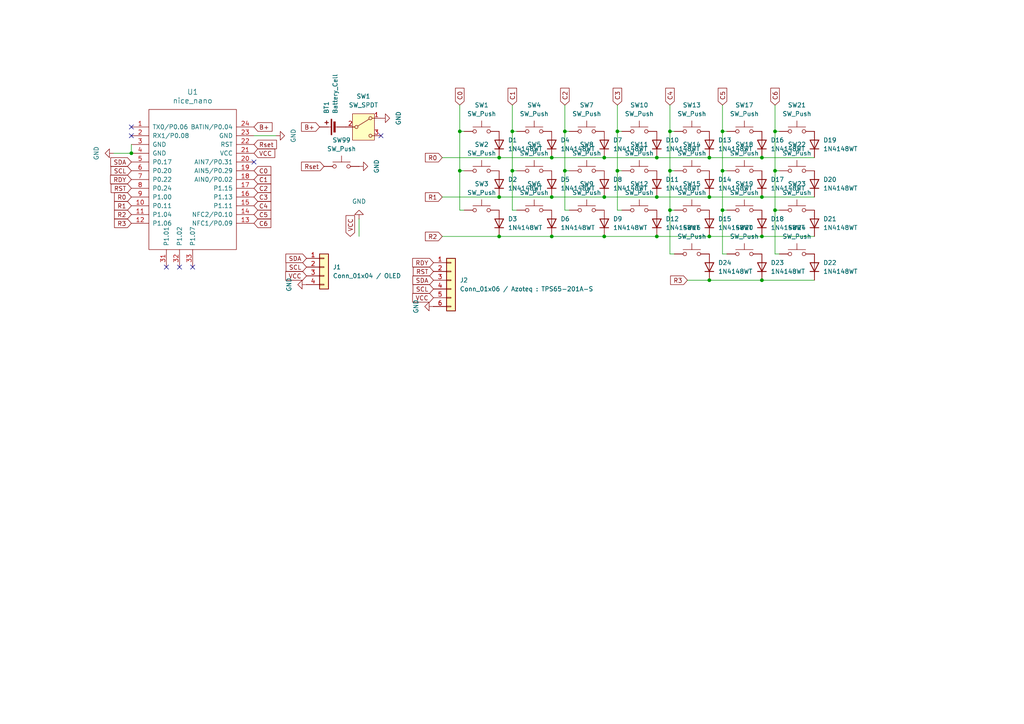
<source format=kicad_sch>
(kicad_sch (version 20250114) (generator "eeschema") (generator_version "9.0")
  (paper "A4")
  (lib_symbols
    (symbol "Connector_Generic:Conn_01x04" (pin_names (offset 1.016) (hide yes))
      (property "Reference" "J" (at 0 5.08 0))
      (property "Value" "Conn_01x04" (at 0 -7.62 0))
      (symbol "Conn_01x04_1_1"
        (rectangle (start -1.27 3.81) (end 1.27 -6.35) (stroke (width 0.254)) (fill (type background)))
        (rectangle (start -1.27 2.667) (end 0 2.413) (stroke (width 0.1524)))
        (rectangle (start -1.27 0.127) (end 0 -0.127) (stroke (width 0.1524)))
        (rectangle (start -1.27 -2.413) (end 0 -2.667) (stroke (width 0.1524)))
        (rectangle (start -1.27 -4.953) (end 0 -5.207) (stroke (width 0.1524)))
        (pin passive line (at -5.08 2.54 0) (length 3.81) (name "Pin_1") (number "1"))
        (pin passive line (at -5.08 0 0) (length 3.81) (name "Pin_2") (number "2"))
        (pin passive line (at -5.08 -2.54 0) (length 3.81) (name "Pin_3") (number "3"))
        (pin passive line (at -5.08 -5.08 0) (length 3.81) (name "Pin_4") (number "4"))
      )
    )
    (symbol "Connector_Generic:Conn_01x06" (pin_names (offset 1.016) (hide yes))
      (property "Reference" "J" (at 0 7.62 0))
      (property "Value" "Conn_01x06" (at 0 -10.16 0))
      (symbol "Conn_01x06_1_1"
        (rectangle (start -1.27 6.35) (end 1.27 -8.89) (stroke (width 0.254)) (fill (type background)))
        (rectangle (start -1.27 5.207) (end 0 4.953) (stroke (width 0.1524)))
        (rectangle (start -1.27 2.667) (end 0 2.413) (stroke (width 0.1524)))
        (rectangle (start -1.27 0.127) (end 0 -0.127) (stroke (width 0.1524)))
        (rectangle (start -1.27 -2.413) (end 0 -2.667) (stroke (width 0.1524)))
        (rectangle (start -1.27 -4.953) (end 0 -5.207) (stroke (width 0.1524)))
        (rectangle (start -1.27 -7.493) (end 0 -7.747) (stroke (width 0.1524)))
        (pin passive line (at -5.08 5.08 0) (length 3.81) (name "Pin_1") (number "1"))
        (pin passive line (at -5.08 2.54 0) (length 3.81) (name "Pin_2") (number "2"))
        (pin passive line (at -5.08 0 0) (length 3.81) (name "Pin_3") (number "3"))
        (pin passive line (at -5.08 -2.54 0) (length 3.81) (name "Pin_4") (number "4"))
        (pin passive line (at -5.08 -5.08 0) (length 3.81) (name "Pin_5") (number "5"))
        (pin passive line (at -5.08 -7.62 0) (length 3.81) (name "Pin_6") (number "6"))
      )
    )
    (symbol "Device:Battery_Cell" (pin_numbers (hide yes)) (pin_names (offset 0) (hide yes))
      (property "Reference" "BT" (at 2.54 2.54 0))
      (property "Value" "Battery_Cell" (at 2.54 0 0))
      (symbol "Battery_Cell_0_1"
        (rectangle (start -2.286 1.778) (end 2.286 1.524) (fill (type outline)))
        (rectangle (start -1.524 1.016) (end 1.524 0.508) (fill (type outline)))
        (polyline (pts (xy 0 1.778) (xy 0 2.54)))
        (polyline (pts (xy 0 0.762) (xy 0 0)))
        (polyline (pts (xy 0.762 3.048) (xy 1.778 3.048)) (stroke (width 0.254)))
        (polyline (pts (xy 1.27 3.556) (xy 1.27 2.54)) (stroke (width 0.254)))
      )
      (symbol "Battery_Cell_1_1"
        (pin passive line (at 0 5.08 270) (length 2.54) (name "+") (number "1"))
        (pin passive line (at 0 -2.54 90) (length 2.54) (name "-") (number "2"))
      )
    )
    (symbol "Diode:1N4148WT" (pin_numbers (hide yes)) (pin_names (hide yes))
      (property "Reference" "D" (at 0 2.54 0))
      (property "Value" "1N4148WT" (at 0 -2.54 0))
      (symbol "1N4148WT_0_1"
        (polyline (pts (xy -1.27 1.27) (xy -1.27 -1.27)) (stroke (width 0.254)))
        (polyline (pts (xy 1.27 1.27) (xy 1.27 -1.27) (xy -1.27 0) (xy 1.27 1.27)) (stroke (width 0.254)))
        (polyline (pts (xy 1.27 0) (xy -1.27 0)))
      )
      (symbol "1N4148WT_1_1"
        (pin passive line (at -3.81 0 0) (length 2.54) (name "K") (number "1"))
        (pin passive line (at 3.81 0 180) (length 2.54) (name "A") (number "2"))
      )
    )
    (symbol "Switch:SW_Push" (pin_numbers (hide yes)) (pin_names (offset 1.016) (hide yes))
      (property "Reference" "SW" (at 1.27 2.54 0))
      (property "Value" "SW_Push" (at 0 -1.524 0))
      (symbol "SW_Push_0_1"
        (circle (center -2.032 0) (radius 0.508))
        (polyline (pts (xy 0 1.27) (xy 0 3.048)))
        (circle (center 2.032 0) (radius 0.508))
        (polyline (pts (xy 2.54 1.27) (xy -2.54 1.27)))
        (pin passive line (at -5.08 0 0) (length 2.54) (name "1") (number "1"))
        (pin passive line (at 5.08 0 180) (length 2.54) (name "2") (number "2"))
      )
    )
    (symbol "Switch:SW_SPDT" (pin_names (offset 0) (hide yes))
      (property "Reference" "SW" (at 0 5.08 0))
      (property "Value" "SW_SPDT" (at 0 -5.08 0))
      (symbol "SW_SPDT_0_1"
        (circle (center -2.032 0) (radius 0.4572))
        (polyline (pts (xy -1.651 0.254) (xy 1.651 2.286)))
        (circle (center 2.032 2.54) (radius 0.4572))
        (circle (center 2.032 -2.54) (radius 0.4572))
      )
      (symbol "SW_SPDT_1_1"
        (rectangle (start -3.175 3.81) (end 3.175 -3.81) (fill (type background)))
        (pin passive line (at -5.08 0 0) (length 2.54) (name "B") (number "2"))
        (pin passive line (at 5.08 2.54 180) (length 2.54) (name "A") (number "1"))
        (pin passive line (at 5.08 -2.54 180) (length 2.54) (name "C") (number "3"))
      )
    )
    (symbol "power:GND" (power) (pin_numbers (hide yes)) (pin_names (offset 0) (hide yes))
      (property "Value" "GND" (at 0 -3.81 0))
      (symbol "GND_0_1"
        (polyline (pts (xy 0 0) (xy 0 -1.27) (xy 1.27 -1.27) (xy 0 -2.54) (xy -1.27 -1.27) (xy 0 -1.27)))
      )
      (symbol "GND_1_1"
        (pin power_in line (at 0 0 270) (length 0) (name "~") (number "1"))
      )
    )
    (symbol "vireon_lib:nice_nano" (pin_names (offset 1.016))
      (property "Reference" "U" (at 0 0 0))
      (property "Value" "nice_nano" (at 0 2.54 0))
      (symbol "nice_nano_0_1"
        (rectangle (start -12.7 -21.59) (end 12.7 19.05))
      )
      (symbol "nice_nano_1_1"
        (pin input line (at -17.78 13.97 0) (length 5.08) (name "TX0/P0.06") (number "1"))
        (pin input line (at -17.78 11.43 0) (length 5.08) (name "RX1/P0.08") (number "2"))
        (pin input line (at -17.78 8.89 0) (length 5.08) (name "GND") (number "3"))
        (pin input line (at -17.78 6.35 0) (length 5.08) (name "GND") (number "4"))
        (pin input line (at -17.78 3.81 0) (length 5.08) (name "P0.17") (number "5"))
        (pin input line (at -17.78 1.27 0) (length 5.08) (name "P0.20") (number "6"))
        (pin input line (at -17.78 -1.27 0) (length 5.08) (name "P0.22") (number "7"))
        (pin input line (at -17.78 -3.81 0) (length 5.08) (name "P0.24") (number "8"))
        (pin input line (at -17.78 -6.35 0) (length 5.08) (name "P1.00") (number "9"))
        (pin input line (at -17.78 -8.89 0) (length 5.08) (name "P0.11") (number "10"))
        (pin input line (at -17.78 -11.43 0) (length 5.08) (name "P1.04") (number "11"))
        (pin input line (at -17.78 -13.97 0) (length 5.08) (name "P1.06") (number "12"))
        (pin input line (at -7.62 -26.67 90) (length 5.08) (name "P1.01") (number "31"))
        (pin input line (at -3.81 -26.67 90) (length 5.08) (name "P1.02") (number "32"))
        (pin input line (at 0 -26.67 90) (length 5.08) (name "P1.07") (number "33"))
        (pin input line (at 17.78 13.97 180) (length 5.08) (name "BATIN/P0.04") (number "24"))
        (pin input line (at 17.78 11.43 180) (length 5.08) (name "GND") (number "23"))
        (pin input line (at 17.78 8.89 180) (length 5.08) (name "RST") (number "22"))
        (pin input line (at 17.78 6.35 180) (length 5.08) (name "VCC") (number "21"))
        (pin input line (at 17.78 3.81 180) (length 5.08) (name "AIN7/P0.31") (number "20"))
        (pin input line (at 17.78 1.27 180) (length 5.08) (name "AIN5/P0.29") (number "19"))
        (pin input line (at 17.78 -1.27 180) (length 5.08) (name "AIN0/P0.02") (number "18"))
        (pin input line (at 17.78 -3.81 180) (length 5.08) (name "P1.15") (number "17"))
        (pin input line (at 17.78 -6.35 180) (length 5.08) (name "P1.13") (number "16"))
        (pin input line (at 17.78 -8.89 180) (length 5.08) (name "P1.11") (number "15"))
        (pin input line (at 17.78 -11.43 180) (length 5.08) (name "NFC2/P0.10") (number "14"))
        (pin input line (at 17.78 -13.97 180) (length 5.08) (name "NFC1/P0.09") (number "13"))
      )
    )
  )
  (junction (at 160.02 45.72))
  (junction (at 224.79 38.1))
  (junction (at 144.78 45.72))
  (junction (at 209.55 38.1))
  (junction (at 209.55 60.96))
  (junction (at 224.79 49.53))
  (junction (at 144.78 68.58))
  (junction (at 133.35 49.53))
  (junction (at 205.74 45.72))
  (junction (at 224.79 60.96))
  (junction (at 220.98 68.58))
  (junction (at 160.02 68.58))
  (junction (at 209.55 49.53))
  (junction (at 220.98 45.72))
  (junction (at 194.31 49.53))
  (junction (at 205.74 68.58))
  (junction (at 220.98 57.15))
  (junction (at 163.83 38.1))
  (junction (at 148.59 49.53))
  (junction (at 175.26 68.58))
  (junction (at 160.02 57.15))
  (junction (at 175.26 57.15))
  (junction (at 190.5 45.72))
  (junction (at 179.07 49.53))
  (junction (at 190.5 57.15))
  (junction (at 205.74 57.15))
  (junction (at 148.59 38.1))
  (junction (at 194.31 38.1))
  (junction (at 220.98 81.28))
  (junction (at 163.83 49.53))
  (junction (at 144.78 57.15))
  (junction (at 133.35 38.1))
  (junction (at 38.1 44.45))
  (junction (at 190.5 68.58))
  (junction (at 194.31 60.96))
  (junction (at 205.74 81.28))
  (junction (at 179.07 38.1))
  (junction (at 175.26 45.72))
  (no_connect (at 110.49 39.37))
  (no_connect (at 55.88 77.47))
  (no_connect (at 38.1 36.83))
  (no_connect (at 52.07 77.47))
  (no_connect (at 48.26 77.47))
  (no_connect (at 73.66 46.99))
  (no_connect (at 38.1 39.37))
  (wire (pts (xy 209.55 73.66) (xy 210.82 73.66)))
  (wire (pts (xy 128.27 45.72) (xy 144.78 45.72)))
  (wire (pts (xy 190.5 45.72) (xy 205.74 45.72)))
  (wire (pts (xy 38.1 41.91) (xy 38.1 44.45)))
  (wire (pts (xy 220.98 45.72) (xy 236.22 45.72)))
  (wire (pts (xy 133.35 60.96) (xy 134.62 60.96)))
  (wire (pts (xy 194.31 60.96) (xy 195.58 60.96)))
  (wire (pts (xy 133.35 30.48) (xy 133.35 38.1)))
  (wire (pts (xy 163.83 60.96) (xy 165.1 60.96)))
  (wire (pts (xy 179.07 38.1) (xy 179.07 49.53)))
  (wire (pts (xy 224.79 60.96) (xy 226.06 60.96)))
  (wire (pts (xy 148.59 38.1) (xy 149.86 38.1)))
  (wire (pts (xy 190.5 68.58) (xy 205.74 68.58)))
  (wire (pts (xy 144.78 57.15) (xy 160.02 57.15)))
  (wire (pts (xy 163.83 38.1) (xy 165.1 38.1)))
  (wire (pts (xy 148.59 49.53) (xy 148.59 60.96)))
  (wire (pts (xy 220.98 81.28) (xy 236.22 81.28)))
  (wire (pts (xy 160.02 45.72) (xy 175.26 45.72)))
  (wire (pts (xy 133.35 49.53) (xy 134.62 49.53)))
  (wire (pts (xy 220.98 57.15) (xy 236.22 57.15)))
  (wire (pts (xy 175.26 68.58) (xy 190.5 68.58)))
  (wire (pts (xy 194.31 49.53) (xy 195.58 49.53)))
  (wire (pts (xy 190.5 57.15) (xy 205.74 57.15)))
  (wire (pts (xy 179.07 49.53) (xy 179.07 60.96)))
  (wire (pts (xy 199.39 81.28) (xy 205.74 81.28)))
  (wire (pts (xy 133.35 38.1) (xy 133.35 49.53)))
  (wire (pts (xy 224.79 60.96) (xy 224.79 73.66)))
  (wire (pts (xy 209.55 38.1) (xy 209.55 49.53)))
  (wire (pts (xy 209.55 38.1) (xy 210.82 38.1)))
  (wire (pts (xy 144.78 45.72) (xy 160.02 45.72)))
  (wire (pts (xy 194.31 30.48) (xy 194.31 38.1)))
  (wire (pts (xy 224.79 38.1) (xy 226.06 38.1)))
  (wire (pts (xy 179.07 30.48) (xy 179.07 38.1)))
  (wire (pts (xy 194.31 38.1) (xy 194.31 49.53)))
  (wire (pts (xy 209.55 30.48) (xy 209.55 38.1)))
  (wire (pts (xy 148.59 49.53) (xy 149.86 49.53)))
  (wire (pts (xy 224.79 38.1) (xy 224.79 49.53)))
  (wire (pts (xy 128.27 57.15) (xy 144.78 57.15)))
  (wire (pts (xy 224.79 49.53) (xy 224.79 60.96)))
  (wire (pts (xy 148.59 30.48) (xy 148.59 38.1)))
  (wire (pts (xy 194.31 73.66) (xy 195.58 73.66)))
  (wire (pts (xy 160.02 57.15) (xy 175.26 57.15)))
  (wire (pts (xy 133.35 38.1) (xy 134.62 38.1)))
  (wire (pts (xy 148.59 60.96) (xy 149.86 60.96)))
  (wire (pts (xy 209.55 60.96) (xy 210.82 60.96)))
  (wire (pts (xy 163.83 49.53) (xy 163.83 60.96)))
  (wire (pts (xy 194.31 38.1) (xy 195.58 38.1)))
  (wire (pts (xy 104.14 63.5) (xy 104.14 68.58)))
  (wire (pts (xy 160.02 68.58) (xy 175.26 68.58)))
  (wire (pts (xy 128.27 68.58) (xy 144.78 68.58)))
  (wire (pts (xy 224.79 30.48) (xy 224.79 38.1)))
  (wire (pts (xy 175.26 57.15) (xy 190.5 57.15)))
  (wire (pts (xy 194.31 49.53) (xy 194.31 60.96)))
  (wire (pts (xy 179.07 49.53) (xy 180.34 49.53)))
  (wire (pts (xy 205.74 81.28) (xy 220.98 81.28)))
  (wire (pts (xy 163.83 49.53) (xy 165.1 49.53)))
  (wire (pts (xy 144.78 68.58) (xy 160.02 68.58)))
  (wire (pts (xy 194.31 60.96) (xy 194.31 73.66)))
  (wire (pts (xy 205.74 57.15) (xy 220.98 57.15)))
  (wire (pts (xy 220.98 68.58) (xy 236.22 68.58)))
  (wire (pts (xy 73.66 39.37) (xy 80.01 39.37)))
  (wire (pts (xy 224.79 73.66) (xy 226.06 73.66)))
  (wire (pts (xy 209.55 49.53) (xy 210.82 49.53)))
  (wire (pts (xy 163.83 30.48) (xy 163.83 38.1)))
  (wire (pts (xy 148.59 38.1) (xy 148.59 49.53)))
  (wire (pts (xy 179.07 38.1) (xy 180.34 38.1)))
  (wire (pts (xy 209.55 49.53) (xy 209.55 60.96)))
  (wire (pts (xy 205.74 45.72) (xy 220.98 45.72)))
  (wire (pts (xy 175.26 45.72) (xy 190.5 45.72)))
  (wire (pts (xy 163.83 38.1) (xy 163.83 49.53)))
  (wire (pts (xy 179.07 60.96) (xy 180.34 60.96)))
  (wire (pts (xy 205.74 68.58) (xy 220.98 68.58)))
  (wire (pts (xy 209.55 60.96) (xy 209.55 73.66)))
  (wire (pts (xy 133.35 49.53) (xy 133.35 60.96)))
  (wire (pts (xy 224.79 49.53) (xy 226.06 49.53)))
  (wire (pts (xy 33.02 44.45) (xy 38.1 44.45)))
  (global_label "C1" (shape input) (at 73.66 52.07 0) (property "Intersheetrefs" "${INTERSHEET_REFS}" (effects (hide yes))))
  (global_label "R3" (shape input) (at 38.1 64.77 180) (property "Intersheetrefs" "${INTERSHEET_REFS}" (effects (hide yes))))
  (global_label "B+" (shape input) (at 92.71 36.83 180) (property "Intersheetrefs" "${INTERSHEET_REFS}" (effects (hide yes))))
  (global_label "VCC" (shape input) (at 101.6 68.58 90) (property "Intersheetrefs" "${INTERSHEET_REFS}" (effects (hide yes))))
  (global_label "R3" (shape input) (at 199.39 81.28 180) (property "Intersheetrefs" "${INTERSHEET_REFS}" (effects (hide yes))))
  (global_label "C3" (shape input) (at 179.07 30.48 90) (property "Intersheetrefs" "${INTERSHEET_REFS}" (effects (hide yes))))
  (global_label "SCL" (shape input) (at 88.9 77.47 180) (property "Intersheetrefs" "${INTERSHEET_REFS}" (effects (hide yes))))
  (global_label "C0" (shape input) (at 73.66 49.53 0) (property "Intersheetrefs" "${INTERSHEET_REFS}" (effects (hide yes))))
  (global_label "C1" (shape input) (at 148.59 30.48 90) (property "Intersheetrefs" "${INTERSHEET_REFS}" (effects (hide yes))))
  (global_label "SDA" (shape input) (at 125.73 81.28 180) (property "Intersheetrefs" "${INTERSHEET_REFS}" (effects (hide yes))))
  (global_label "SDA" (shape input) (at 38.1 46.99 180) (property "Intersheetrefs" "${INTERSHEET_REFS}" (effects (hide yes))))
  (global_label "C4" (shape input) (at 194.31 30.48 90) (property "Intersheetrefs" "${INTERSHEET_REFS}" (effects (hide yes))))
  (global_label "C6" (shape input) (at 224.79 30.48 90) (property "Intersheetrefs" "${INTERSHEET_REFS}" (effects (hide yes))))
  (global_label "R0" (shape input) (at 128.27 45.72 180) (property "Intersheetrefs" "${INTERSHEET_REFS}" (effects (hide yes))))
  (global_label "B+" (shape input) (at 73.66 36.83 0) (property "Intersheetrefs" "${INTERSHEET_REFS}" (effects (hide yes))))
  (global_label "SCL" (shape input) (at 38.1 49.53 180) (property "Intersheetrefs" "${INTERSHEET_REFS}" (effects (hide yes))))
  (global_label "R0" (shape input) (at 38.1 57.15 180) (property "Intersheetrefs" "${INTERSHEET_REFS}" (effects (hide yes))))
  (global_label "VCC" (shape input) (at 125.73 86.36 180) (property "Intersheetrefs" "${INTERSHEET_REFS}" (effects (hide yes))))
  (global_label "C5" (shape input) (at 209.55 30.48 90) (property "Intersheetrefs" "${INTERSHEET_REFS}" (effects (hide yes))))
  (global_label "C3" (shape input) (at 73.66 57.15 0) (property "Intersheetrefs" "${INTERSHEET_REFS}" (effects (hide yes))))
  (global_label "VCC" (shape input) (at 88.9 80.01 180) (property "Intersheetrefs" "${INTERSHEET_REFS}" (effects (hide yes))))
  (global_label "Rset" (shape input) (at 93.98 48.26 180) (property "Intersheetrefs" "${INTERSHEET_REFS}" (effects (hide yes))))
  (global_label "SCL" (shape input) (at 125.73 83.82 180) (property "Intersheetrefs" "${INTERSHEET_REFS}" (effects (hide yes))))
  (global_label "R1" (shape input) (at 128.27 57.15 180) (property "Intersheetrefs" "${INTERSHEET_REFS}" (effects (hide yes))))
  (global_label "C4" (shape input) (at 73.66 59.69 0) (property "Intersheetrefs" "${INTERSHEET_REFS}" (effects (hide yes))))
  (global_label "RST" (shape input) (at 125.73 78.74 180) (property "Intersheetrefs" "${INTERSHEET_REFS}" (effects (hide yes))))
  (global_label "R2" (shape input) (at 128.27 68.58 180) (property "Intersheetrefs" "${INTERSHEET_REFS}" (effects (hide yes))))
  (global_label "RST" (shape input) (at 38.1 54.61 180) (property "Intersheetrefs" "${INTERSHEET_REFS}" (effects (hide yes))))
  (global_label "RDY" (shape input) (at 125.73 76.2 180) (property "Intersheetrefs" "${INTERSHEET_REFS}" (effects (hide yes))))
  (global_label "C5" (shape input) (at 73.66 62.23 0) (property "Intersheetrefs" "${INTERSHEET_REFS}" (effects (hide yes))))
  (global_label "C6" (shape input) (at 73.66 64.77 0) (property "Intersheetrefs" "${INTERSHEET_REFS}" (effects (hide yes))))
  (global_label "C0" (shape input) (at 133.35 30.48 90) (property "Intersheetrefs" "${INTERSHEET_REFS}" (effects (hide yes))))
  (global_label "SDA" (shape input) (at 88.9 74.93 180) (property "Intersheetrefs" "${INTERSHEET_REFS}" (effects (hide yes))))
  (global_label "VCC" (shape input) (at 73.66 44.45 0) (property "Intersheetrefs" "${INTERSHEET_REFS}" (effects (hide yes))))
  (global_label "R1" (shape input) (at 38.1 59.69 180) (property "Intersheetrefs" "${INTERSHEET_REFS}" (effects (hide yes))))
  (global_label "RDY" (shape input) (at 38.1 52.07 180) (property "Intersheetrefs" "${INTERSHEET_REFS}" (effects (hide yes))))
  (global_label "R2" (shape input) (at 38.1 62.23 180) (property "Intersheetrefs" "${INTERSHEET_REFS}" (effects (hide yes))))
  (global_label "Rset" (shape input) (at 73.66 41.91 0) (property "Intersheetrefs" "${INTERSHEET_REFS}" (effects (hide yes))))
  (global_label "C2" (shape input) (at 73.66 54.61 0) (property "Intersheetrefs" "${INTERSHEET_REFS}" (effects (hide yes))))
  (global_label "C2" (shape input) (at 163.83 30.48 90) (property "Intersheetrefs" "${INTERSHEET_REFS}" (effects (hide yes))))
  (symbol (lib_id "Diode:1N4148WT") (at 220.98 53.34 270) (mirror x) (unit 1)
    (property "Reference" "D17" (at 223.52 52.0699 90) (effects (justify left)))
    (property "Value" "1N4148WT" (at 223.52 54.6099 90) (effects (justify left)))
    (property "Footprint" "Diode_SMD:D_SOD-523" (effects (hide yes)))
    (property "Datasheet" "https://www.diodes.com/assets/Datasheets/ds30396.pdf" (effects (hide yes)))
    (property "Description" "75V 0.15A Fast switching Diode, SOD-523" (effects (hide yes)))
    (property "Sim.Device" "D" (effects (hide yes)))
    (property "Sim.Pins" "1=K 2=A" (effects (hide yes)))
  )
  (symbol (lib_id "power:GND") (at 104.14 48.26 90) (unit 1)
    (property "Reference" "#PWR04" (effects (hide yes)))
    (property "Value" "GND" (at 109.22 48.26 0))
    (property "Description" "Power symbol creates a global label with name \"GND\" , ground" (effects (hide yes)))
  )
  (symbol (lib_id "Switch:SW_Push") (at 185.42 49.53 0) (unit 1)
    (property "Reference" "SW11" (at 185.42 41.91 0))
    (property "Value" "SW_Push" (at 185.42 44.45 0))
    (property "Description" "Push button switch, generic, two pins" (effects (hide yes)))
  )
  (symbol (lib_id "Diode:1N4148WT") (at 220.98 64.77 270) (mirror x) (unit 1)
    (property "Reference" "D18" (at 223.52 63.4999 90) (effects (justify left)))
    (property "Value" "1N4148WT" (at 223.52 66.0399 90) (effects (justify left)))
    (property "Footprint" "Diode_SMD:D_SOD-523" (effects (hide yes)))
    (property "Datasheet" "https://www.diodes.com/assets/Datasheets/ds30396.pdf" (effects (hide yes)))
    (property "Description" "75V 0.15A Fast switching Diode, SOD-523" (effects (hide yes)))
    (property "Sim.Device" "D" (effects (hide yes)))
    (property "Sim.Pins" "1=K 2=A" (effects (hide yes)))
  )
  (symbol (lib_id "Diode:1N4148WT") (at 205.74 53.34 270) (mirror x) (unit 1)
    (property "Reference" "D14" (at 208.28 52.0699 90) (effects (justify left)))
    (property "Value" "1N4148WT" (at 208.28 54.6099 90) (effects (justify left)))
    (property "Footprint" "Diode_SMD:D_SOD-523" (effects (hide yes)))
    (property "Datasheet" "https://www.diodes.com/assets/Datasheets/ds30396.pdf" (effects (hide yes)))
    (property "Description" "75V 0.15A Fast switching Diode, SOD-523" (effects (hide yes)))
    (property "Sim.Device" "D" (effects (hide yes)))
    (property "Sim.Pins" "1=K 2=A" (effects (hide yes)))
  )
  (symbol (lib_id "Switch:SW_Push") (at 200.66 60.96 0) (unit 1)
    (property "Reference" "SW15" (at 200.66 53.34 0))
    (property "Value" "SW_Push" (at 200.66 55.88 0))
    (property "Description" "Push button switch, generic, two pins" (effects (hide yes)))
  )
  (symbol (lib_id "power:GND") (at 125.73 88.9 270) (unit 1)
    (property "Reference" "#PWR07" (effects (hide yes)))
    (property "Value" "GND" (at 120.65 88.9 0))
    (property "Description" "Power symbol creates a global label with name \"GND\" , ground" (effects (hide yes)))
  )
  (symbol (lib_id "Connector_Generic:Conn_01x04") (at 93.98 77.47 0) (unit 1)
    (property "Reference" "J1" (at 96.52 77.4699 0) (effects (justify left)))
    (property "Value" "Conn_01x04 / OLED" (at 96.52 80.0099 0) (effects (justify left)))
    (property "Description" "Generic connector, single row, 01x04, script generated (kicad-library-utils/schlib/autogen/connector/)" (effects (hide yes)))
  )
  (symbol (lib_id "Device:Battery_Cell") (at 97.79 36.83 90) (unit 1)
    (property "Reference" "BT1" (at 94.6784 33.02 0) (effects (justify left)))
    (property "Value" "Battery_Cell" (at 97.2184 33.02 0) (effects (justify left)))
    (property "Description" "Single-cell battery" (effects (hide yes)))
  )
  (symbol (lib_id "Switch:SW_Push") (at 170.18 60.96 0) (unit 1)
    (property "Reference" "SW9" (at 170.18 53.34 0))
    (property "Value" "SW_Push" (at 170.18 55.88 0))
    (property "Description" "Push button switch, generic, two pins" (effects (hide yes)))
  )
  (symbol (lib_id "power:GND") (at 88.9 82.55 270) (unit 1)
    (property "Reference" "#PWR06" (effects (hide yes)))
    (property "Value" "GND" (at 83.82 82.55 0))
    (property "Description" "Power symbol creates a global label with name \"GND\" , ground" (effects (hide yes)))
  )
  (symbol (lib_id "Switch:SW_Push") (at 154.94 60.96 0) (unit 1)
    (property "Reference" "SW6" (at 154.94 53.34 0))
    (property "Value" "SW_Push" (at 154.94 55.88 0))
    (property "Description" "Push button switch, generic, two pins" (effects (hide yes)))
  )
  (symbol (lib_id "Switch:SW_Push") (at 215.9 60.96 0) (unit 1)
    (property "Reference" "SW19" (at 215.9 53.34 0))
    (property "Value" "SW_Push" (at 215.9 55.88 0))
    (property "Description" "Push button switch, generic, two pins" (effects (hide yes)))
  )
  (symbol (lib_id "Switch:SW_Push") (at 185.42 60.96 0) (unit 1)
    (property "Reference" "SW12" (at 185.42 53.34 0))
    (property "Value" "SW_Push" (at 185.42 55.88 0))
    (property "Description" "Push button switch, generic, two pins" (effects (hide yes)))
  )
  (symbol (lib_id "Switch:SW_Push") (at 99.06 48.26 0) (unit 1)
    (property "Reference" "SW99" (at 99.06 40.64 0))
    (property "Value" "SW_Push" (at 99.06 43.18 0))
    (property "Description" "Push button switch, generic, two pins" (effects (hide yes)))
  )
  (symbol (lib_id "Switch:SW_SPDT") (at 105.41 36.83 0) (unit 1)
    (property "Reference" "SW1" (at 105.41 27.94 0))
    (property "Value" "SW_SPDT" (at 105.41 30.48 0))
    (property "Description" "Switch, single pole double throw" (effects (hide yes)))
  )
  (symbol (lib_id "Switch:SW_Push") (at 139.7 60.96 0) (unit 1)
    (property "Reference" "SW3" (at 139.7 53.34 0))
    (property "Value" "SW_Push" (at 139.7 55.88 0))
    (property "Description" "Push button switch, generic, two pins" (effects (hide yes)))
  )
  (symbol (lib_id "Diode:1N4148WT") (at 205.74 41.91 270) (mirror x) (unit 1)
    (property "Reference" "D13" (at 208.28 40.6399 90) (effects (justify left)))
    (property "Value" "1N4148WT" (at 208.28 43.1799 90) (effects (justify left)))
    (property "Footprint" "Diode_SMD:D_SOD-523" (effects (hide yes)))
    (property "Datasheet" "https://www.diodes.com/assets/Datasheets/ds30396.pdf" (effects (hide yes)))
    (property "Description" "75V 0.15A Fast switching Diode, SOD-523" (effects (hide yes)))
    (property "Sim.Device" "D" (effects (hide yes)))
    (property "Sim.Pins" "1=K 2=A" (effects (hide yes)))
  )
  (symbol (lib_id "Diode:1N4148WT") (at 175.26 41.91 270) (mirror x) (unit 1)
    (property "Reference" "D7" (at 177.8 40.6399 90) (effects (justify left)))
    (property "Value" "1N4148WT" (at 177.8 43.1799 90) (effects (justify left)))
    (property "Footprint" "Diode_SMD:D_SOD-523" (effects (hide yes)))
    (property "Datasheet" "https://www.diodes.com/assets/Datasheets/ds30396.pdf" (effects (hide yes)))
    (property "Description" "75V 0.15A Fast switching Diode, SOD-523" (effects (hide yes)))
    (property "Sim.Device" "D" (effects (hide yes)))
    (property "Sim.Pins" "1=K 2=A" (effects (hide yes)))
  )
  (symbol (lib_id "Switch:SW_Push") (at 200.66 38.1 0) (unit 1)
    (property "Reference" "SW13" (at 200.66 30.48 0))
    (property "Value" "SW_Push" (at 200.66 33.02 0))
    (property "Description" "Push button switch, generic, two pins" (effects (hide yes)))
  )
  (symbol (lib_id "Diode:1N4148WT") (at 144.78 64.77 270) (mirror x) (unit 1)
    (property "Reference" "D3" (at 147.32 63.4999 90) (effects (justify left)))
    (property "Value" "1N4148WT" (at 147.32 66.0399 90) (effects (justify left)))
    (property "Footprint" "Diode_SMD:D_SOD-523" (effects (hide yes)))
    (property "Datasheet" "https://www.diodes.com/assets/Datasheets/ds30396.pdf" (effects (hide yes)))
    (property "Description" "75V 0.15A Fast switching Diode, SOD-523" (effects (hide yes)))
    (property "Sim.Device" "D" (effects (hide yes)))
    (property "Sim.Pins" "1=K 2=A" (effects (hide yes)))
  )
  (symbol (lib_id "Switch:SW_Push") (at 231.14 38.1 0) (unit 1)
    (property "Reference" "SW21" (at 231.14 30.48 0))
    (property "Value" "SW_Push" (at 231.14 33.02 0))
    (property "Description" "Push button switch, generic, two pins" (effects (hide yes)))
  )
  (symbol (lib_id "power:GND") (at 110.49 34.29 90) (unit 1)
    (property "Reference" "#PWR02" (effects (hide yes)))
    (property "Value" "GND" (at 115.57 34.29 0))
    (property "Description" "Power symbol creates a global label with name \"GND\" , ground" (effects (hide yes)))
  )
  (symbol (lib_id "Switch:SW_Push") (at 139.7 49.53 0) (unit 1)
    (property "Reference" "SW2" (at 139.7 41.91 0))
    (property "Value" "SW_Push" (at 139.7 44.45 0))
    (property "Description" "Push button switch, generic, two pins" (effects (hide yes)))
  )
  (symbol (lib_id "Diode:1N4148WT") (at 144.78 41.91 270) (mirror x) (unit 1)
    (property "Reference" "D1" (at 147.32 40.6399 90) (effects (justify left)))
    (property "Value" "1N4148WT" (at 147.32 43.1799 90) (effects (justify left)))
    (property "Footprint" "Diode_SMD:D_SOD-523" (effects (hide yes)))
    (property "Datasheet" "https://www.diodes.com/assets/Datasheets/ds30396.pdf" (effects (hide yes)))
    (property "Description" "75V 0.15A Fast switching Diode, SOD-523" (effects (hide yes)))
    (property "Sim.Device" "D" (effects (hide yes)))
    (property "Sim.Pins" "1=K 2=A" (effects (hide yes)))
  )
  (symbol (lib_id "power:GND") (at 33.02 44.45 270) (unit 1)
    (property "Reference" "#PWR03" (effects (hide yes)))
    (property "Value" "GND" (at 27.94 44.45 0))
    (property "Description" "Power symbol creates a global label with name \"GND\" , ground" (effects (hide yes)))
  )
  (symbol (lib_id "Switch:SW_Push") (at 154.94 49.53 0) (unit 1)
    (property "Reference" "SW5" (at 154.94 41.91 0))
    (property "Value" "SW_Push" (at 154.94 44.45 0))
    (property "Description" "Push button switch, generic, two pins" (effects (hide yes)))
  )
  (symbol (lib_id "Diode:1N4148WT") (at 160.02 41.91 270) (mirror x) (unit 1)
    (property "Reference" "D4" (at 162.56 40.6399 90) (effects (justify left)))
    (property "Value" "1N4148WT" (at 162.56 43.1799 90) (effects (justify left)))
    (property "Footprint" "Diode_SMD:D_SOD-523" (effects (hide yes)))
    (property "Datasheet" "https://www.diodes.com/assets/Datasheets/ds30396.pdf" (effects (hide yes)))
    (property "Description" "75V 0.15A Fast switching Diode, SOD-523" (effects (hide yes)))
    (property "Sim.Device" "D" (effects (hide yes)))
    (property "Sim.Pins" "1=K 2=A" (effects (hide yes)))
  )
  (symbol (lib_id "Switch:SW_Push") (at 170.18 49.53 0) (unit 1)
    (property "Reference" "SW8" (at 170.18 41.91 0))
    (property "Value" "SW_Push" (at 170.18 44.45 0))
    (property "Description" "Push button switch, generic, two pins" (effects (hide yes)))
  )
  (symbol (lib_id "Diode:1N4148WT") (at 220.98 77.47 270) (mirror x) (unit 1)
    (property "Reference" "D23" (at 223.52 76.1999 90) (effects (justify left)))
    (property "Value" "1N4148WT" (at 223.52 78.7399 90) (effects (justify left)))
    (property "Footprint" "Diode_SMD:D_SOD-523" (effects (hide yes)))
    (property "Datasheet" "https://www.diodes.com/assets/Datasheets/ds30396.pdf" (effects (hide yes)))
    (property "Description" "75V 0.15A Fast switching Diode, SOD-523" (effects (hide yes)))
    (property "Sim.Device" "D" (effects (hide yes)))
    (property "Sim.Pins" "1=K 2=A" (effects (hide yes)))
  )
  (symbol (lib_id "Switch:SW_Push") (at 200.66 49.53 0) (unit 1)
    (property "Reference" "SW14" (at 200.66 41.91 0))
    (property "Value" "SW_Push" (at 200.66 44.45 0))
    (property "Description" "Push button switch, generic, two pins" (effects (hide yes)))
  )
  (symbol (lib_id "vireon_lib:nice_nano") (at 55.88 50.8 0) (unit 1)
    (property "Reference" "U1" (at 55.88 26.67 0) (effects (font (size 1.524 1.524))))
    (property "Value" "nice_nano" (at 55.88 29.21 0) (effects (font (size 1.524 1.524))))
  )
  (symbol (lib_id "Switch:SW_Push") (at 139.7 38.1 0) (unit 1)
    (property "Reference" "SW1" (at 139.7 30.48 0))
    (property "Value" "SW_Push" (at 139.7 33.02 0))
    (property "Description" "Push button switch, generic, two pins" (effects (hide yes)))
  )
  (symbol (lib_id "power:GND") (at 104.14 63.5 180) (unit 1)
    (property "Reference" "#PWR05" (effects (hide yes)))
    (property "Value" "GND" (at 104.14 58.42 0))
    (property "Description" "Power symbol creates a global label with name \"GND\" , ground" (effects (hide yes)))
  )
  (symbol (lib_id "Switch:SW_Push") (at 215.9 73.66 0) (unit 1)
    (property "Reference" "SW20" (at 215.9 66.04 0))
    (property "Value" "SW_Push" (at 215.9 68.58 0))
    (property "Description" "Push button switch, generic, two pins" (effects (hide yes)))
  )
  (symbol (lib_id "Diode:1N4148WT") (at 175.26 64.77 270) (mirror x) (unit 1)
    (property "Reference" "D9" (at 177.8 63.4999 90) (effects (justify left)))
    (property "Value" "1N4148WT" (at 177.8 66.0399 90) (effects (justify left)))
    (property "Footprint" "Diode_SMD:D_SOD-523" (effects (hide yes)))
    (property "Datasheet" "https://www.diodes.com/assets/Datasheets/ds30396.pdf" (effects (hide yes)))
    (property "Description" "75V 0.15A Fast switching Diode, SOD-523" (effects (hide yes)))
    (property "Sim.Device" "D" (effects (hide yes)))
    (property "Sim.Pins" "1=K 2=A" (effects (hide yes)))
  )
  (symbol (lib_id "Switch:SW_Push") (at 200.66 73.66 0) (unit 1)
    (property "Reference" "SW16" (at 200.66 66.04 0))
    (property "Value" "SW_Push" (at 200.66 68.58 0))
    (property "Description" "Push button switch, generic, two pins" (effects (hide yes)))
  )
  (symbol (lib_id "Diode:1N4148WT") (at 205.74 64.77 270) (mirror x) (unit 1)
    (property "Reference" "D15" (at 208.28 63.4999 90) (effects (justify left)))
    (property "Value" "1N4148WT" (at 208.28 66.0399 90) (effects (justify left)))
    (property "Footprint" "Diode_SMD:D_SOD-523" (effects (hide yes)))
    (property "Datasheet" "https://www.diodes.com/assets/Datasheets/ds30396.pdf" (effects (hide yes)))
    (property "Description" "75V 0.15A Fast switching Diode, SOD-523" (effects (hide yes)))
    (property "Sim.Device" "D" (effects (hide yes)))
    (property "Sim.Pins" "1=K 2=A" (effects (hide yes)))
  )
  (symbol (lib_id "power:GND") (at 80.01 39.37 90) (unit 1)
    (property "Reference" "#PWR01" (effects (hide yes)))
    (property "Value" "GND" (at 85.09 39.37 0))
    (property "Description" "Power symbol creates a global label with name \"GND\" , ground" (effects (hide yes)))
  )
  (symbol (lib_id "Switch:SW_Push") (at 170.18 38.1 0) (unit 1)
    (property "Reference" "SW7" (at 170.18 30.48 0))
    (property "Value" "SW_Push" (at 170.18 33.02 0))
    (property "Description" "Push button switch, generic, two pins" (effects (hide yes)))
  )
  (symbol (lib_id "Diode:1N4148WT") (at 190.5 53.34 270) (mirror x) (unit 1)
    (property "Reference" "D11" (at 193.04 52.0699 90) (effects (justify left)))
    (property "Value" "1N4148WT" (at 193.04 54.6099 90) (effects (justify left)))
    (property "Footprint" "Diode_SMD:D_SOD-523" (effects (hide yes)))
    (property "Datasheet" "https://www.diodes.com/assets/Datasheets/ds30396.pdf" (effects (hide yes)))
    (property "Description" "75V 0.15A Fast switching Diode, SOD-523" (effects (hide yes)))
    (property "Sim.Device" "D" (effects (hide yes)))
    (property "Sim.Pins" "1=K 2=A" (effects (hide yes)))
  )
  (symbol (lib_id "Diode:1N4148WT") (at 190.5 64.77 270) (mirror x) (unit 1)
    (property "Reference" "D12" (at 193.04 63.4999 90) (effects (justify left)))
    (property "Value" "1N4148WT" (at 193.04 66.0399 90) (effects (justify left)))
    (property "Footprint" "Diode_SMD:D_SOD-523" (effects (hide yes)))
    (property "Datasheet" "https://www.diodes.com/assets/Datasheets/ds30396.pdf" (effects (hide yes)))
    (property "Description" "75V 0.15A Fast switching Diode, SOD-523" (effects (hide yes)))
    (property "Sim.Device" "D" (effects (hide yes)))
    (property "Sim.Pins" "1=K 2=A" (effects (hide yes)))
  )
  (symbol (lib_id "Diode:1N4148WT") (at 236.22 41.91 270) (mirror x) (unit 1)
    (property "Reference" "D19" (at 238.76 40.6399 90) (effects (justify left)))
    (property "Value" "1N4148WT" (at 238.76 43.1799 90) (effects (justify left)))
    (property "Footprint" "Diode_SMD:D_SOD-523" (effects (hide yes)))
    (property "Datasheet" "https://www.diodes.com/assets/Datasheets/ds30396.pdf" (effects (hide yes)))
    (property "Description" "75V 0.15A Fast switching Diode, SOD-523" (effects (hide yes)))
    (property "Sim.Device" "D" (effects (hide yes)))
    (property "Sim.Pins" "1=K 2=A" (effects (hide yes)))
  )
  (symbol (lib_id "Switch:SW_Push") (at 185.42 38.1 0) (unit 1)
    (property "Reference" "SW10" (at 185.42 30.48 0))
    (property "Value" "SW_Push" (at 185.42 33.02 0))
    (property "Description" "Push button switch, generic, two pins" (effects (hide yes)))
  )
  (symbol (lib_id "Diode:1N4148WT") (at 190.5 41.91 270) (mirror x) (unit 1)
    (property "Reference" "D10" (at 193.04 40.6399 90) (effects (justify left)))
    (property "Value" "1N4148WT" (at 193.04 43.1799 90) (effects (justify left)))
    (property "Footprint" "Diode_SMD:D_SOD-523" (effects (hide yes)))
    (property "Datasheet" "https://www.diodes.com/assets/Datasheets/ds30396.pdf" (effects (hide yes)))
    (property "Description" "75V 0.15A Fast switching Diode, SOD-523" (effects (hide yes)))
    (property "Sim.Device" "D" (effects (hide yes)))
    (property "Sim.Pins" "1=K 2=A" (effects (hide yes)))
  )
  (symbol (lib_id "Switch:SW_Push") (at 231.14 73.66 0) (unit 1)
    (property "Reference" "SW24" (at 231.14 66.04 0))
    (property "Value" "SW_Push" (at 231.14 68.58 0))
    (property "Description" "Push button switch, generic, two pins" (effects (hide yes)))
  )
  (symbol (lib_id "Diode:1N4148WT") (at 220.98 41.91 270) (mirror x) (unit 1)
    (property "Reference" "D16" (at 223.52 40.6399 90) (effects (justify left)))
    (property "Value" "1N4148WT" (at 223.52 43.1799 90) (effects (justify left)))
    (property "Footprint" "Diode_SMD:D_SOD-523" (effects (hide yes)))
    (property "Datasheet" "https://www.diodes.com/assets/Datasheets/ds30396.pdf" (effects (hide yes)))
    (property "Description" "75V 0.15A Fast switching Diode, SOD-523" (effects (hide yes)))
    (property "Sim.Device" "D" (effects (hide yes)))
    (property "Sim.Pins" "1=K 2=A" (effects (hide yes)))
  )
  (symbol (lib_id "Switch:SW_Push") (at 154.94 38.1 0) (unit 1)
    (property "Reference" "SW4" (at 154.94 30.48 0))
    (property "Value" "SW_Push" (at 154.94 33.02 0))
    (property "Description" "Push button switch, generic, two pins" (effects (hide yes)))
  )
  (symbol (lib_id "Diode:1N4148WT") (at 160.02 64.77 270) (mirror x) (unit 1)
    (property "Reference" "D6" (at 162.56 63.4999 90) (effects (justify left)))
    (property "Value" "1N4148WT" (at 162.56 66.0399 90) (effects (justify left)))
    (property "Footprint" "Diode_SMD:D_SOD-523" (effects (hide yes)))
    (property "Datasheet" "https://www.diodes.com/assets/Datasheets/ds30396.pdf" (effects (hide yes)))
    (property "Description" "75V 0.15A Fast switching Diode, SOD-523" (effects (hide yes)))
    (property "Sim.Device" "D" (effects (hide yes)))
    (property "Sim.Pins" "1=K 2=A" (effects (hide yes)))
  )
  (symbol (lib_id "Diode:1N4148WT") (at 205.74 77.47 270) (mirror x) (unit 1)
    (property "Reference" "D24" (at 208.28 76.1999 90) (effects (justify left)))
    (property "Value" "1N4148WT" (at 208.28 78.7399 90) (effects (justify left)))
    (property "Footprint" "Diode_SMD:D_SOD-523" (effects (hide yes)))
    (property "Datasheet" "https://www.diodes.com/assets/Datasheets/ds30396.pdf" (effects (hide yes)))
    (property "Description" "75V 0.15A Fast switching Diode, SOD-523" (effects (hide yes)))
    (property "Sim.Device" "D" (effects (hide yes)))
    (property "Sim.Pins" "1=K 2=A" (effects (hide yes)))
  )
  (symbol (lib_id "Switch:SW_Push") (at 231.14 49.53 0) (unit 1)
    (property "Reference" "SW22" (at 231.14 41.91 0))
    (property "Value" "SW_Push" (at 231.14 44.45 0))
    (property "Description" "Push button switch, generic, two pins" (effects (hide yes)))
  )
  (symbol (lib_id "Switch:SW_Push") (at 215.9 49.53 0) (unit 1)
    (property "Reference" "SW18" (at 215.9 41.91 0))
    (property "Value" "SW_Push" (at 215.9 44.45 0))
    (property "Description" "Push button switch, generic, two pins" (effects (hide yes)))
  )
  (symbol (lib_id "Connector_Generic:Conn_01x06") (at 130.81 81.28 0) (unit 1)
    (property "Reference" "J2" (at 133.35 81.2799 0) (effects (justify left)))
    (property "Value" "Conn_01x06 / Azoteq : TPS65-201A-S" (at 133.35 83.8199 0) (effects (justify left)))
    (property "Description" "Generic connector, single row, 01x06, script generated (kicad-library-utils/schlib/autogen/connector/)" (effects (hide yes)))
  )
  (symbol (lib_id "Diode:1N4148WT") (at 160.02 53.34 270) (mirror x) (unit 1)
    (property "Reference" "D5" (at 162.56 52.0699 90) (effects (justify left)))
    (property "Value" "1N4148WT" (at 162.56 54.6099 90) (effects (justify left)))
    (property "Footprint" "Diode_SMD:D_SOD-523" (effects (hide yes)))
    (property "Datasheet" "https://www.diodes.com/assets/Datasheets/ds30396.pdf" (effects (hide yes)))
    (property "Description" "75V 0.15A Fast switching Diode, SOD-523" (effects (hide yes)))
    (property "Sim.Device" "D" (effects (hide yes)))
    (property "Sim.Pins" "1=K 2=A" (effects (hide yes)))
  )
  (symbol (lib_id "Diode:1N4148WT") (at 236.22 53.34 270) (mirror x) (unit 1)
    (property "Reference" "D20" (at 238.76 52.0699 90) (effects (justify left)))
    (property "Value" "1N4148WT" (at 238.76 54.6099 90) (effects (justify left)))
    (property "Footprint" "Diode_SMD:D_SOD-523" (effects (hide yes)))
    (property "Datasheet" "https://www.diodes.com/assets/Datasheets/ds30396.pdf" (effects (hide yes)))
    (property "Description" "75V 0.15A Fast switching Diode, SOD-523" (effects (hide yes)))
    (property "Sim.Device" "D" (effects (hide yes)))
    (property "Sim.Pins" "1=K 2=A" (effects (hide yes)))
  )
  (symbol (lib_id "Diode:1N4148WT") (at 144.78 53.34 270) (mirror x) (unit 1)
    (property "Reference" "D2" (at 147.32 52.0699 90) (effects (justify left)))
    (property "Value" "1N4148WT" (at 147.32 54.6099 90) (effects (justify left)))
    (property "Footprint" "Diode_SMD:D_SOD-523" (effects (hide yes)))
    (property "Datasheet" "https://www.diodes.com/assets/Datasheets/ds30396.pdf" (effects (hide yes)))
    (property "Description" "75V 0.15A Fast switching Diode, SOD-523" (effects (hide yes)))
    (property "Sim.Device" "D" (effects (hide yes)))
    (property "Sim.Pins" "1=K 2=A" (effects (hide yes)))
  )
  (symbol (lib_id "Switch:SW_Push") (at 231.14 60.96 0) (unit 1)
    (property "Reference" "SW23" (at 231.14 53.34 0))
    (property "Value" "SW_Push" (at 231.14 55.88 0))
    (property "Description" "Push button switch, generic, two pins" (effects (hide yes)))
  )
  (symbol (lib_id "Switch:SW_Push") (at 215.9 38.1 0) (unit 1)
    (property "Reference" "SW17" (at 215.9 30.48 0))
    (property "Value" "SW_Push" (at 215.9 33.02 0))
    (property "Description" "Push button switch, generic, two pins" (effects (hide yes)))
  )
  (symbol (lib_id "Diode:1N4148WT") (at 236.22 64.77 270) (mirror x) (unit 1)
    (property "Reference" "D21" (at 238.76 63.4999 90) (effects (justify left)))
    (property "Value" "1N4148WT" (at 238.76 66.0399 90) (effects (justify left)))
    (property "Footprint" "Diode_SMD:D_SOD-523" (effects (hide yes)))
    (property "Datasheet" "https://www.diodes.com/assets/Datasheets/ds30396.pdf" (effects (hide yes)))
    (property "Description" "75V 0.15A Fast switching Diode, SOD-523" (effects (hide yes)))
    (property "Sim.Device" "D" (effects (hide yes)))
    (property "Sim.Pins" "1=K 2=A" (effects (hide yes)))
  )
  (symbol (lib_id "Diode:1N4148WT") (at 175.26 53.34 270) (mirror x) (unit 1)
    (property "Reference" "D8" (at 177.8 52.0699 90) (effects (justify left)))
    (property "Value" "1N4148WT" (at 177.8 54.6099 90) (effects (justify left)))
    (property "Footprint" "Diode_SMD:D_SOD-523" (effects (hide yes)))
    (property "Datasheet" "https://www.diodes.com/assets/Datasheets/ds30396.pdf" (effects (hide yes)))
    (property "Description" "75V 0.15A Fast switching Diode, SOD-523" (effects (hide yes)))
    (property "Sim.Device" "D" (effects (hide yes)))
    (property "Sim.Pins" "1=K 2=A" (effects (hide yes)))
  )
  (symbol (lib_id "Diode:1N4148WT") (at 236.22 77.47 270) (mirror x) (unit 1)
    (property "Reference" "D22" (at 238.76 76.1999 90) (effects (justify left)))
    (property "Value" "1N4148WT" (at 238.76 78.7399 90) (effects (justify left)))
    (property "Footprint" "Diode_SMD:D_SOD-523" (effects (hide yes)))
    (property "Datasheet" "https://www.diodes.com/assets/Datasheets/ds30396.pdf" (effects (hide yes)))
    (property "Description" "75V 0.15A Fast switching Diode, SOD-523" (effects (hide yes)))
    (property "Sim.Device" "D" (effects (hide yes)))
    (property "Sim.Pins" "1=K 2=A" (effects (hide yes)))
  )
)
</source>
